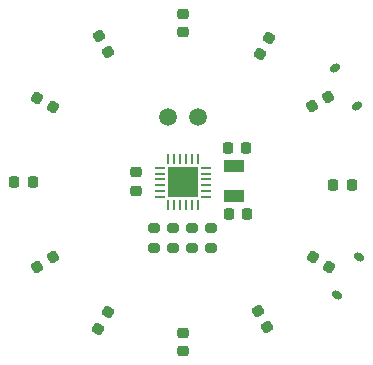
<source format=gbr>
%TF.GenerationSoftware,KiCad,Pcbnew,(6.0.11-0)*%
%TF.CreationDate,2024-05-30T12:39:56+08:00*%
%TF.ProjectId,tinyAVR-wristwatch,74696e79-4156-4522-9d77-726973747761,rev?*%
%TF.SameCoordinates,Original*%
%TF.FileFunction,Soldermask,Top*%
%TF.FilePolarity,Negative*%
%FSLAX46Y46*%
G04 Gerber Fmt 4.6, Leading zero omitted, Abs format (unit mm)*
G04 Created by KiCad (PCBNEW (6.0.11-0)) date 2024-05-30 12:39:56*
%MOMM*%
%LPD*%
G01*
G04 APERTURE LIST*
G04 Aperture macros list*
%AMRoundRect*
0 Rectangle with rounded corners*
0 $1 Rounding radius*
0 $2 $3 $4 $5 $6 $7 $8 $9 X,Y pos of 4 corners*
0 Add a 4 corners polygon primitive as box body*
4,1,4,$2,$3,$4,$5,$6,$7,$8,$9,$2,$3,0*
0 Add four circle primitives for the rounded corners*
1,1,$1+$1,$2,$3*
1,1,$1+$1,$4,$5*
1,1,$1+$1,$6,$7*
1,1,$1+$1,$8,$9*
0 Add four rect primitives between the rounded corners*
20,1,$1+$1,$2,$3,$4,$5,0*
20,1,$1+$1,$4,$5,$6,$7,0*
20,1,$1+$1,$6,$7,$8,$9,0*
20,1,$1+$1,$8,$9,$2,$3,0*%
%AMHorizOval*
0 Thick line with rounded ends*
0 $1 width*
0 $2 $3 position (X,Y) of the first rounded end (center of the circle)*
0 $4 $5 position (X,Y) of the second rounded end (center of the circle)*
0 Add line between two ends*
20,1,$1,$2,$3,$4,$5,0*
0 Add two circle primitives to create the rounded ends*
1,1,$1,$2,$3*
1,1,$1,$4,$5*%
G04 Aperture macros list end*
%ADD10RoundRect,0.218750X-0.317568X-0.112544X0.061318X-0.331294X0.317568X0.112544X-0.061318X0.331294X0*%
%ADD11RoundRect,0.218750X0.317568X0.112544X-0.061318X0.331294X-0.317568X-0.112544X0.061318X-0.331294X0*%
%ADD12RoundRect,0.200000X-0.275000X0.200000X-0.275000X-0.200000X0.275000X-0.200000X0.275000X0.200000X0*%
%ADD13RoundRect,0.218750X-0.112544X0.317568X-0.331294X-0.061318X0.112544X-0.317568X0.331294X0.061318X0*%
%ADD14RoundRect,0.218750X0.218750X0.256250X-0.218750X0.256250X-0.218750X-0.256250X0.218750X-0.256250X0*%
%ADD15RoundRect,0.218750X0.331294X-0.061318X0.112544X0.317568X-0.331294X0.061318X-0.112544X-0.317568X0*%
%ADD16RoundRect,0.218750X-0.331294X0.061318X-0.112544X-0.317568X0.331294X-0.061318X0.112544X0.317568X0*%
%ADD17C,1.500000*%
%ADD18RoundRect,0.218750X-0.256250X0.218750X-0.256250X-0.218750X0.256250X-0.218750X0.256250X0.218750X0*%
%ADD19RoundRect,0.225000X-0.225000X-0.250000X0.225000X-0.250000X0.225000X0.250000X-0.225000X0.250000X0*%
%ADD20RoundRect,0.218750X0.256250X-0.218750X0.256250X0.218750X-0.256250X0.218750X-0.256250X-0.218750X0*%
%ADD21RoundRect,0.062500X-0.350000X-0.062500X0.350000X-0.062500X0.350000X0.062500X-0.350000X0.062500X0*%
%ADD22RoundRect,0.062500X-0.062500X-0.350000X0.062500X-0.350000X0.062500X0.350000X-0.062500X0.350000X0*%
%ADD23R,2.600000X2.600000*%
%ADD24RoundRect,0.225000X0.250000X-0.225000X0.250000X0.225000X-0.250000X0.225000X-0.250000X-0.225000X0*%
%ADD25RoundRect,0.218750X-0.218750X-0.256250X0.218750X-0.256250X0.218750X0.256250X-0.218750X0.256250X0*%
%ADD26R,1.800000X1.000000*%
%ADD27RoundRect,0.218750X0.112544X-0.317568X0.331294X0.061318X-0.112544X0.317568X-0.331294X-0.061318X0*%
%ADD28RoundRect,0.218750X-0.061318X-0.331294X0.317568X-0.112544X0.061318X0.331294X-0.317568X0.112544X0*%
%ADD29RoundRect,0.218750X0.061318X0.331294X-0.317568X0.112544X-0.061318X-0.331294X0.317568X-0.112544X0*%
%ADD30HorizOval,0.650000X-0.129904X-0.075000X0.129904X0.075000X0*%
%ADD31HorizOval,0.650000X-0.129904X0.075000X0.129904X-0.075000X0*%
G04 APERTURE END LIST*
D10*
%TO.C,D10*%
X127628005Y-92854250D03*
X128991995Y-93641750D03*
%TD*%
D11*
%TO.C,D4*%
X152371995Y-107145750D03*
X151008005Y-106358250D03*
%TD*%
D12*
%TO.C,R3*%
X139200000Y-103875000D03*
X139200000Y-105525000D03*
%TD*%
D13*
%TO.C,D7*%
X133641750Y-111008005D03*
X132854250Y-112371995D03*
%TD*%
D14*
%TO.C,D9*%
X127287500Y-100000000D03*
X125712500Y-100000000D03*
%TD*%
D15*
%TO.C,D11*%
X133652750Y-88984995D03*
X132865250Y-87621005D03*
%TD*%
D16*
%TO.C,D5*%
X146358250Y-110908005D03*
X147145750Y-112271995D03*
%TD*%
D17*
%TO.C,TP2*%
X141300000Y-94500000D03*
%TD*%
D12*
%TO.C,R4*%
X137600000Y-103875000D03*
X137600000Y-105525000D03*
%TD*%
%TO.C,R2*%
X140800000Y-103875000D03*
X140800000Y-105525000D03*
%TD*%
D18*
%TO.C,D12*%
X140000000Y-85712500D03*
X140000000Y-87287500D03*
%TD*%
D19*
%TO.C,C2*%
X143825000Y-97100000D03*
X145375000Y-97100000D03*
%TD*%
D20*
%TO.C,D6*%
X140000000Y-114287500D03*
X140000000Y-112712500D03*
%TD*%
D21*
%TO.C,U1*%
X138062500Y-98750000D03*
X138062500Y-99250000D03*
X138062500Y-99750000D03*
X138062500Y-100250000D03*
X138062500Y-100750000D03*
X138062500Y-101250000D03*
D22*
X138750000Y-101937500D03*
X139250000Y-101937500D03*
X139750000Y-101937500D03*
X140250000Y-101937500D03*
X140750000Y-101937500D03*
X141250000Y-101937500D03*
D21*
X141937500Y-101250000D03*
X141937500Y-100750000D03*
X141937500Y-100250000D03*
X141937500Y-99750000D03*
X141937500Y-99250000D03*
X141937500Y-98750000D03*
D22*
X141250000Y-98062500D03*
X140750000Y-98062500D03*
X140250000Y-98062500D03*
X139750000Y-98062500D03*
X139250000Y-98062500D03*
X138750000Y-98062500D03*
D23*
X140000000Y-100000000D03*
%TD*%
D24*
%TO.C,C3*%
X136000000Y-100700000D03*
X136000000Y-99150000D03*
%TD*%
D12*
%TO.C,R1*%
X142400000Y-103875000D03*
X142400000Y-105525000D03*
%TD*%
D25*
%TO.C,D3*%
X152712500Y-100250000D03*
X154287500Y-100250000D03*
%TD*%
D19*
%TO.C,C1*%
X143925000Y-102700000D03*
X145475000Y-102700000D03*
%TD*%
D26*
%TO.C,Y1*%
X144300000Y-101150000D03*
X144300000Y-98650000D03*
%TD*%
D27*
%TO.C,D1*%
X146512500Y-89163990D03*
X147300000Y-87800000D03*
%TD*%
D17*
%TO.C,TP1*%
X138760000Y-94500000D03*
%TD*%
D28*
%TO.C,D8*%
X127628005Y-107145750D03*
X128991995Y-106358250D03*
%TD*%
D29*
%TO.C,D2*%
X152309995Y-92748250D03*
X150946005Y-93535750D03*
%TD*%
D30*
%TO.C,SW1*%
X152875000Y-90297853D03*
X154725000Y-93502147D03*
%TD*%
D31*
%TO.C,SW2*%
X154880885Y-106297853D03*
X153030885Y-109502147D03*
%TD*%
M02*

</source>
